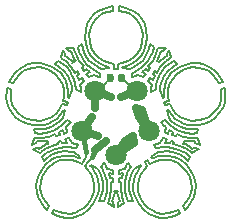
<source format=gbr>
G04 #@! TF.GenerationSoftware,KiCad,Pcbnew,5.0.2-bee76a0~70~ubuntu18.04.1*
G04 #@! TF.CreationDate,2019-06-24T09:08:42+02:00*
G04 #@! TF.ProjectId,GaudiPCR,47617564-6950-4435-922e-6b696361645f,rev?*
G04 #@! TF.SameCoordinates,Original*
G04 #@! TF.FileFunction,Copper,L1,Top*
G04 #@! TF.FilePolarity,Positive*
%FSLAX46Y46*%
G04 Gerber Fmt 4.6, Leading zero omitted, Abs format (unit mm)*
G04 Created by KiCad (PCBNEW 5.0.2-bee76a0~70~ubuntu18.04.1) date Mo 24 Jun 2019 09:08:42 CEST*
%MOMM*%
%LPD*%
G01*
G04 APERTURE LIST*
G04 #@! TA.AperFunction,BGAPad,CuDef*
%ADD10C,1.800000*%
G04 #@! TD*
G04 #@! TA.AperFunction,Conductor*
%ADD11C,0.100000*%
G04 #@! TD*
G04 #@! TA.AperFunction,SMDPad,CuDef*
%ADD12C,0.590000*%
G04 #@! TD*
G04 #@! TA.AperFunction,ViaPad*
%ADD13C,0.650000*%
G04 #@! TD*
G04 #@! TA.AperFunction,Conductor*
%ADD14C,0.150000*%
G04 #@! TD*
G04 #@! TA.AperFunction,Conductor*
%ADD15C,0.650000*%
G04 #@! TD*
G04 #@! TA.AperFunction,Conductor*
%ADD16C,0.400000*%
G04 #@! TD*
G04 APERTURE END LIST*
D10*
G04 #@! TO.P,ST2,1*
G04 #@! TO.N,Net-(NTC1-Pad1)*
X101763300Y-97572900D03*
G04 #@! TD*
G04 #@! TO.P,ST1,1*
G04 #@! TO.N,Net-(NTC1-Pad2)*
X98236600Y-97572900D03*
G04 #@! TD*
G04 #@! TO.P,HT1,1*
G04 #@! TO.N,Net-(HB1-Pad1)*
X97146800Y-100927000D03*
G04 #@! TD*
G04 #@! TO.P,HT2,1*
G04 #@! TO.N,Net-(HB1-Pad1)*
X100000000Y-103000000D03*
G04 #@! TD*
G04 #@! TO.P,CT1,1*
G04 #@! TO.N,Net-(CB1-Pad1)*
X102853000Y-100927000D03*
G04 #@! TD*
D11*
G04 #@! TO.N,Net-(NTC1-Pad2)*
G04 #@! TO.C,NTC1*
G36*
X99675958Y-96139710D02*
X99690276Y-96141834D01*
X99704317Y-96145351D01*
X99717946Y-96150228D01*
X99731031Y-96156417D01*
X99743447Y-96163858D01*
X99755073Y-96172481D01*
X99765798Y-96182202D01*
X99775519Y-96192927D01*
X99784142Y-96204553D01*
X99791583Y-96216969D01*
X99797772Y-96230054D01*
X99802649Y-96243683D01*
X99806166Y-96257724D01*
X99808290Y-96272042D01*
X99809000Y-96286500D01*
X99809000Y-96631500D01*
X99808290Y-96645958D01*
X99806166Y-96660276D01*
X99802649Y-96674317D01*
X99797772Y-96687946D01*
X99791583Y-96701031D01*
X99784142Y-96713447D01*
X99775519Y-96725073D01*
X99765798Y-96735798D01*
X99755073Y-96745519D01*
X99743447Y-96754142D01*
X99731031Y-96761583D01*
X99717946Y-96767772D01*
X99704317Y-96772649D01*
X99690276Y-96776166D01*
X99675958Y-96778290D01*
X99661500Y-96779000D01*
X99366500Y-96779000D01*
X99352042Y-96778290D01*
X99337724Y-96776166D01*
X99323683Y-96772649D01*
X99310054Y-96767772D01*
X99296969Y-96761583D01*
X99284553Y-96754142D01*
X99272927Y-96745519D01*
X99262202Y-96735798D01*
X99252481Y-96725073D01*
X99243858Y-96713447D01*
X99236417Y-96701031D01*
X99230228Y-96687946D01*
X99225351Y-96674317D01*
X99221834Y-96660276D01*
X99219710Y-96645958D01*
X99219000Y-96631500D01*
X99219000Y-96286500D01*
X99219710Y-96272042D01*
X99221834Y-96257724D01*
X99225351Y-96243683D01*
X99230228Y-96230054D01*
X99236417Y-96216969D01*
X99243858Y-96204553D01*
X99252481Y-96192927D01*
X99262202Y-96182202D01*
X99272927Y-96172481D01*
X99284553Y-96163858D01*
X99296969Y-96156417D01*
X99310054Y-96150228D01*
X99323683Y-96145351D01*
X99337724Y-96141834D01*
X99352042Y-96139710D01*
X99366500Y-96139000D01*
X99661500Y-96139000D01*
X99675958Y-96139710D01*
X99675958Y-96139710D01*
G37*
D12*
G04 #@! TD*
G04 #@! TO.P,NTC1,2*
G04 #@! TO.N,Net-(NTC1-Pad2)*
X99514000Y-96459000D03*
D11*
G04 #@! TO.N,Net-(NTC1-Pad1)*
G04 #@! TO.C,NTC1*
G36*
X100645958Y-96139710D02*
X100660276Y-96141834D01*
X100674317Y-96145351D01*
X100687946Y-96150228D01*
X100701031Y-96156417D01*
X100713447Y-96163858D01*
X100725073Y-96172481D01*
X100735798Y-96182202D01*
X100745519Y-96192927D01*
X100754142Y-96204553D01*
X100761583Y-96216969D01*
X100767772Y-96230054D01*
X100772649Y-96243683D01*
X100776166Y-96257724D01*
X100778290Y-96272042D01*
X100779000Y-96286500D01*
X100779000Y-96631500D01*
X100778290Y-96645958D01*
X100776166Y-96660276D01*
X100772649Y-96674317D01*
X100767772Y-96687946D01*
X100761583Y-96701031D01*
X100754142Y-96713447D01*
X100745519Y-96725073D01*
X100735798Y-96735798D01*
X100725073Y-96745519D01*
X100713447Y-96754142D01*
X100701031Y-96761583D01*
X100687946Y-96767772D01*
X100674317Y-96772649D01*
X100660276Y-96776166D01*
X100645958Y-96778290D01*
X100631500Y-96779000D01*
X100336500Y-96779000D01*
X100322042Y-96778290D01*
X100307724Y-96776166D01*
X100293683Y-96772649D01*
X100280054Y-96767772D01*
X100266969Y-96761583D01*
X100254553Y-96754142D01*
X100242927Y-96745519D01*
X100232202Y-96735798D01*
X100222481Y-96725073D01*
X100213858Y-96713447D01*
X100206417Y-96701031D01*
X100200228Y-96687946D01*
X100195351Y-96674317D01*
X100191834Y-96660276D01*
X100189710Y-96645958D01*
X100189000Y-96631500D01*
X100189000Y-96286500D01*
X100189710Y-96272042D01*
X100191834Y-96257724D01*
X100195351Y-96243683D01*
X100200228Y-96230054D01*
X100206417Y-96216969D01*
X100213858Y-96204553D01*
X100222481Y-96192927D01*
X100232202Y-96182202D01*
X100242927Y-96172481D01*
X100254553Y-96163858D01*
X100266969Y-96156417D01*
X100280054Y-96150228D01*
X100293683Y-96145351D01*
X100307724Y-96141834D01*
X100322042Y-96139710D01*
X100336500Y-96139000D01*
X100631500Y-96139000D01*
X100645958Y-96139710D01*
X100645958Y-96139710D01*
G37*
D12*
G04 #@! TD*
G04 #@! TO.P,NTC1,1*
G04 #@! TO.N,Net-(NTC1-Pad1)*
X100484000Y-96459000D03*
D13*
G04 #@! TO.N,Net-(NTC1-Pad1)*
X100417000Y-98044000D03*
G04 #@! TO.N,Net-(NTC1-Pad2)*
X99583000Y-98045000D03*
X98268000Y-99001000D03*
G04 #@! TO.N,Net-(CB1-Pad1)*
X101990000Y-99791000D03*
X101730000Y-98999000D03*
G04 #@! TO.N,Net-(HB1-Pad1)*
X98011000Y-99792000D03*
X98512000Y-101338000D03*
X99187000Y-101828000D03*
X101487000Y-101338000D03*
X100813000Y-101827000D03*
G04 #@! TD*
D14*
G04 #@! TO.N,Net-(NTC1-Pad1)*
X101763300Y-97572900D02*
X100484000Y-96459000D01*
D15*
X101763300Y-97572900D02*
X100417000Y-98044000D01*
D14*
G04 #@! TO.N,Net-(NTC1-Pad2)*
X99514000Y-96459000D02*
X98374000Y-97729000D01*
D15*
X98236600Y-97572900D02*
X99583000Y-98045000D01*
X98236600Y-97572900D02*
X98268000Y-99001000D01*
G04 #@! TO.N,Net-(CB1-Pad1)*
X102853000Y-100927000D02*
X101990000Y-99791000D01*
X101730000Y-98999000D02*
X102262000Y-99143000D01*
X102262000Y-99143000D02*
X102853000Y-100927000D01*
X101990000Y-99791000D02*
X101730000Y-98999000D01*
D14*
G04 #@! TO.N,Net-(HB1-Pad1)*
X95984000Y-98509000D02*
X95875713Y-98787369D01*
X95984000Y-98509000D02*
X95564000Y-98399000D01*
X95875713Y-98787369D02*
X95474000Y-98679000D01*
X102684000Y-103399000D02*
X102434000Y-103599000D01*
X102914000Y-103729000D02*
X102684000Y-103399000D01*
X102684000Y-103899000D02*
X102434000Y-103599000D01*
X104094000Y-98499000D02*
X104184000Y-98789000D01*
X104094000Y-98499000D02*
X104474000Y-98369000D01*
X104184000Y-98789000D02*
X104554000Y-98679000D01*
X99020469Y-95041681D02*
X98608989Y-94792761D01*
X96963584Y-97030854D02*
X97314612Y-96714925D01*
X97016082Y-97280263D02*
X96963584Y-97030854D01*
X97024198Y-97608727D02*
X97026606Y-97502681D01*
X96538889Y-95003581D02*
X96289969Y-95194081D01*
X98909203Y-105385986D02*
X98883701Y-105948285D01*
X99232951Y-106029352D02*
X99270479Y-105623352D01*
X98797109Y-104896397D02*
X98909203Y-105385986D01*
X95835201Y-95571899D02*
X96104203Y-95878302D01*
X96148532Y-96744662D02*
X95951444Y-96282688D01*
X93564912Y-95210808D02*
X94207902Y-95368984D01*
X91387594Y-96092426D02*
X91740793Y-95745155D01*
X95585475Y-101190129D02*
X95515519Y-100862938D01*
X95902576Y-101060810D02*
X95585475Y-101190129D01*
X97100229Y-94653061D02*
X97308509Y-95003581D01*
X104036145Y-100427960D02*
X104225216Y-100598879D01*
X103836513Y-100166998D02*
X103896897Y-100254206D01*
X104176400Y-100045879D02*
X103836513Y-100166998D01*
X104259249Y-100136471D02*
X104176400Y-100045879D01*
X104317836Y-99190698D02*
X104485676Y-99830549D01*
X104411324Y-99149640D02*
X104317836Y-99190698D01*
X104496284Y-99279606D02*
X104411324Y-99149640D01*
X104737219Y-99601928D02*
X104496284Y-99279606D01*
X103896897Y-100254206D02*
X104036145Y-100427960D01*
X104485676Y-99830549D02*
X104711156Y-100072429D01*
X97928269Y-93913921D02*
X97788569Y-93342421D01*
X97118027Y-103732809D02*
X96791155Y-103586371D01*
X92115689Y-99736900D02*
X91763411Y-99464866D01*
X97709829Y-94312701D02*
X97900329Y-94602261D01*
X101574581Y-106318087D02*
X101489791Y-105946426D01*
X102121637Y-104586297D02*
X101935054Y-105029538D01*
X102434819Y-104170381D02*
X102121637Y-104586297D01*
X105172683Y-108055409D02*
X104700701Y-108222506D01*
X101473710Y-105600194D02*
X101534817Y-105122532D01*
X101993797Y-107150046D02*
X101760365Y-106763934D01*
X98837986Y-104075263D02*
X98777430Y-103968475D01*
X97920399Y-103838724D02*
X98477068Y-104196073D01*
X97852461Y-103914948D02*
X97920399Y-103838724D01*
X97949812Y-104035912D02*
X97852461Y-103914948D01*
X98181906Y-104364657D02*
X97949812Y-104035912D01*
X98949349Y-90982761D02*
X99340509Y-90843061D01*
X94668186Y-100133602D02*
X94986911Y-99900652D01*
X93000072Y-100056302D02*
X92525212Y-99931388D01*
X97509169Y-95719861D02*
X97308509Y-95851941D01*
X97280569Y-95483641D02*
X96899569Y-95023901D01*
X95318347Y-100072439D02*
X94976677Y-100351348D01*
X95473992Y-98672816D02*
X95295621Y-98983418D01*
X99868829Y-95267741D02*
X99518309Y-95194081D01*
X95323123Y-96046486D02*
X95539643Y-96317141D01*
X96249898Y-95495656D02*
X95789325Y-95030864D01*
X106208471Y-104087736D02*
X105913392Y-103746414D01*
X104422025Y-103024681D02*
X104027247Y-103025799D01*
X105726120Y-104067711D02*
X106036867Y-104447884D01*
X106720973Y-105099948D02*
X106557600Y-104650377D01*
X105219508Y-103236457D02*
X104895192Y-103114171D01*
X105456989Y-102184827D02*
X106041357Y-102479229D01*
X97120549Y-93611661D02*
X96800509Y-93802161D01*
X98929029Y-95382041D02*
X99310029Y-95511581D01*
X95487358Y-94825920D02*
X95323510Y-94721939D01*
X90975115Y-96778312D02*
X91103969Y-96505035D01*
X95515519Y-100862938D02*
X95174809Y-101056695D01*
X95174809Y-101056695D02*
X95238417Y-101288349D01*
X94986911Y-99900652D02*
X95292284Y-99601938D01*
X91984908Y-100073647D02*
X92598071Y-100323620D01*
X107029431Y-100056292D02*
X107504291Y-99931378D01*
X108441019Y-99805955D02*
X108044595Y-100073637D01*
X106130973Y-100431011D02*
X105796718Y-100339314D01*
X105704967Y-101421385D02*
X106350776Y-101526693D01*
X108589389Y-99095410D02*
X108784961Y-98727404D01*
X108926885Y-97807968D02*
X108877817Y-97393926D01*
X107504291Y-99931378D02*
X107913814Y-99736890D01*
X106453104Y-101167618D02*
X105995649Y-101115951D01*
X91151686Y-97393936D02*
X90811075Y-97283265D01*
X94835882Y-100850426D02*
X95085528Y-100723225D01*
X97798729Y-95984021D02*
X97509169Y-95719861D01*
X95505120Y-94097246D02*
X95726296Y-94452206D01*
X95412745Y-94414424D02*
X95505120Y-94097246D01*
X96569400Y-96000076D02*
X96249898Y-95495656D01*
X100271544Y-104235080D02*
X100246543Y-104576623D01*
X100741229Y-104185817D02*
X100271544Y-104235080D01*
X100845357Y-103953184D02*
X100741229Y-104185817D01*
X101031857Y-103682681D02*
X100967576Y-103767058D01*
X101252078Y-103968505D02*
X101031857Y-103682681D01*
X101191522Y-104075293D02*
X101252078Y-103968505D01*
X102109109Y-103838754D02*
X101552440Y-104196103D01*
X91315726Y-96888983D02*
X90975115Y-96778312D01*
X96327978Y-96258142D02*
X96455178Y-96507788D01*
X95711667Y-99190708D02*
X95543827Y-99830559D01*
X95618179Y-99149650D02*
X95711667Y-99190708D01*
X93992646Y-104447854D02*
X93775653Y-104845909D01*
X94116430Y-102829843D02*
X94516887Y-102602757D01*
X93664242Y-106174647D02*
X93855513Y-106658970D01*
X93855513Y-106658970D02*
X94089854Y-107001907D01*
X96038152Y-102310895D02*
X96497387Y-102374542D01*
X94802461Y-107620291D02*
X94591952Y-107910032D01*
X99228252Y-105184524D02*
X99184422Y-104907790D01*
X98094454Y-105029508D02*
X98188440Y-105531058D01*
X97740309Y-94983261D02*
X97430429Y-94513361D01*
X103023613Y-103174154D02*
X103535492Y-102755158D01*
X103075112Y-103262322D02*
X103023613Y-103174154D01*
X103220239Y-103207115D02*
X103075112Y-103262322D01*
X103604615Y-103087970D02*
X103220239Y-103207115D01*
X103308181Y-102066337D02*
X103522965Y-102007616D01*
X103535492Y-102755158D02*
X103860084Y-102692007D01*
X95501831Y-97049983D02*
X95283063Y-96588977D01*
X96104203Y-95878302D02*
X96327978Y-96258142D01*
X99450170Y-104542018D02*
X99529160Y-104925926D01*
X99529160Y-104925926D02*
X99769131Y-104937016D01*
X99782965Y-104576593D02*
X99450170Y-104542018D01*
X99757964Y-104235050D02*
X99782965Y-104576593D01*
X92607968Y-95279118D02*
X93086859Y-95194356D01*
X92105171Y-95494991D02*
X92607968Y-95279118D01*
X97608495Y-107655924D02*
X98035711Y-107150016D01*
X95328807Y-108222476D02*
X95818672Y-108295819D01*
X98604394Y-106859917D02*
X98975285Y-106893914D01*
X98778058Y-106452358D02*
X98604394Y-106859917D01*
X94623704Y-95544147D02*
X95036069Y-95795644D01*
X91740793Y-95745155D02*
X92105171Y-95494991D01*
X98975285Y-106893914D02*
X99140729Y-106480383D01*
X97328643Y-107427483D02*
X96961064Y-107678456D01*
X94324536Y-101421395D02*
X93678727Y-101526703D01*
X91440114Y-99095420D02*
X91244542Y-98727414D01*
X97590449Y-91922561D02*
X97458369Y-92382301D01*
X95295621Y-98983418D02*
X94996839Y-99409797D01*
X90754691Y-97580089D02*
X90741623Y-98080607D01*
X91588484Y-99805965D02*
X91984908Y-100073647D01*
X93898530Y-100431021D02*
X94232785Y-100339324D01*
X99318580Y-107017748D02*
X99571525Y-107214082D01*
X99390016Y-106837319D02*
X99318580Y-107017748D01*
X94591952Y-107910032D02*
X94856825Y-108055379D01*
X97026606Y-97502681D02*
X97016082Y-97280263D01*
X96301254Y-97499352D02*
X96261010Y-97171132D01*
X96455178Y-96507788D02*
X96582874Y-96928519D01*
X97430429Y-94513361D02*
X97219609Y-94043461D01*
X95789325Y-95030864D02*
X95487358Y-94825920D01*
X95600301Y-95842768D02*
X95218547Y-95497060D01*
X93287609Y-101957799D02*
X93333918Y-101815274D01*
X92900033Y-102114964D02*
X93287609Y-101957799D01*
X94193755Y-101758143D02*
X94298010Y-102053747D01*
X98568349Y-96001801D02*
X98680109Y-96052601D01*
X103068444Y-107678486D02*
X103519712Y-107871795D01*
X101760365Y-106763934D02*
X101574581Y-106318087D01*
X104210836Y-108295849D02*
X103769005Y-108284059D01*
X100515658Y-106494054D02*
X100639492Y-106837349D01*
X101145807Y-105948315D02*
X101251450Y-106452388D01*
X101900908Y-106140650D02*
X102123807Y-106685115D01*
X96909729Y-94233961D02*
X97100229Y-94653061D01*
X94838493Y-95269415D02*
X95118567Y-95023907D01*
X95218547Y-95497060D02*
X94838493Y-95269415D01*
X104240185Y-95030864D02*
X104542152Y-94825920D01*
X104429209Y-95842768D02*
X104810963Y-95497060D01*
X105153150Y-96131004D02*
X105653508Y-95821539D01*
X104137611Y-97115297D02*
X104066138Y-97536456D01*
X106464598Y-95210808D02*
X105821608Y-95368984D01*
X108641916Y-96092426D02*
X108288717Y-95745155D01*
X105191017Y-95269415D02*
X104910943Y-95023907D01*
X104534028Y-95261214D02*
X104194309Y-95571899D01*
X107854863Y-95864757D02*
X108256375Y-96196331D01*
X108256375Y-96196331D02*
X108510113Y-96525176D01*
X103446636Y-96928519D02*
X103365256Y-97384946D01*
X107001625Y-95573130D02*
X107480333Y-95681988D01*
X105405806Y-95544147D02*
X104993441Y-95795644D01*
X108288717Y-95745155D02*
X107924339Y-95494991D01*
X99459889Y-95552221D02*
X99449729Y-95653821D01*
X98789329Y-95691921D02*
X98489609Y-95552221D01*
X97788569Y-93342421D02*
X97760629Y-92852201D01*
X99749449Y-90761781D02*
X99749449Y-90403641D01*
X97760629Y-92852201D02*
X97819049Y-92402621D01*
X105656595Y-107308062D02*
X105867104Y-107597803D01*
X104707694Y-102346189D02*
X104430960Y-102302359D01*
X104209902Y-103376592D02*
X104715947Y-103442195D01*
X105138094Y-102441635D02*
X104707694Y-102346189D01*
X103860084Y-102692007D02*
X104300439Y-102667194D01*
X102911486Y-103732839D02*
X103238358Y-103586401D01*
X99061932Y-103767028D02*
X99184151Y-103953154D01*
X98477068Y-104196073D02*
X98637432Y-104485263D01*
X99184422Y-104907790D02*
X99040430Y-104492353D01*
X98454927Y-106318057D02*
X98539717Y-105946396D01*
X90970992Y-98985724D02*
X91250876Y-99455905D01*
X94184989Y-99968589D02*
X93586770Y-100100043D01*
X97308509Y-95003581D02*
X97600609Y-95333781D01*
X98220369Y-91561881D02*
X98509929Y-91262161D01*
X96739694Y-95895165D02*
X96569400Y-96000076D01*
X96911040Y-96140459D02*
X96739694Y-95895165D01*
X96885169Y-96647500D02*
X96723417Y-96290483D01*
X97907871Y-104586267D02*
X98094454Y-105029508D01*
X97594689Y-104170351D02*
X97907871Y-104586267D01*
X94856825Y-108055379D02*
X95328807Y-108222476D01*
X98555798Y-105600164D02*
X98494691Y-105122502D01*
X94255155Y-103166103D02*
X93921209Y-103457210D01*
X93774264Y-103114979D02*
X94116430Y-102829843D01*
X93775653Y-104845909D02*
X93650552Y-105273053D01*
X95228808Y-102711849D02*
X94701911Y-102909863D01*
X98568349Y-96382801D02*
X98360069Y-96304061D01*
X95321819Y-102346159D02*
X95598553Y-102302329D01*
X95819611Y-103376562D02*
X95313566Y-103442165D01*
X94891419Y-102441605D02*
X95321819Y-102346159D01*
X96169429Y-102691977D02*
X95729074Y-102667164D01*
X98139089Y-96177061D02*
X97730149Y-96413281D01*
X98608989Y-94792761D02*
X98238149Y-94442241D01*
X99749449Y-90403641D02*
X99449729Y-90441741D01*
X96498249Y-94091721D02*
X96449989Y-93903761D01*
X91763411Y-99464866D02*
X91440114Y-99095420D01*
X93037420Y-100426312D02*
X93518857Y-100465229D01*
X96599849Y-94442241D02*
X96498249Y-94091721D01*
X98489609Y-95552221D02*
X98118769Y-95313461D01*
X91114606Y-98223162D02*
X91102618Y-97807978D01*
X95436136Y-100457904D02*
X95770254Y-100136481D01*
X96723417Y-96290483D02*
X96911040Y-96140459D01*
X97134083Y-96423916D02*
X96885169Y-96647500D01*
X97314612Y-96714925D02*
X97134083Y-96423916D01*
X94268784Y-101989235D02*
X94179377Y-101688806D01*
X93723266Y-102299304D02*
X94268784Y-101989235D01*
X93539581Y-102448414D02*
X93723266Y-102299304D01*
X97600609Y-95333781D02*
X97798729Y-95531901D01*
X102177047Y-103914978D02*
X102109109Y-103838754D01*
X102079696Y-104035942D02*
X102177047Y-103914978D01*
X101847602Y-104364687D02*
X102079696Y-104035942D01*
X100967576Y-103767058D02*
X100845357Y-103953184D01*
X101552440Y-104196103D02*
X101392076Y-104485293D01*
X100845086Y-104907820D02*
X100989078Y-104492383D01*
X104810963Y-95497060D02*
X105191017Y-95269415D01*
X104910943Y-95023907D02*
X104534028Y-95261214D01*
X106556729Y-95560113D02*
X107001625Y-95573130D01*
X104078066Y-96282688D02*
X104429209Y-95842768D01*
X104194309Y-95571899D02*
X103925307Y-95878302D01*
X103880978Y-96744662D02*
X104078066Y-96282688D01*
X97128169Y-95613181D02*
X97280569Y-95483641D01*
X91103969Y-96505035D02*
X91387594Y-96092426D01*
X95539643Y-96317141D02*
X95770970Y-96739495D01*
X108784961Y-98727404D02*
X108914897Y-98223152D01*
X108914897Y-98223152D02*
X108926885Y-97807968D01*
X104593367Y-100457894D02*
X104259249Y-100136471D01*
X108266092Y-99464856D02*
X108589389Y-99095410D01*
X106992083Y-100426302D02*
X106510646Y-100465219D01*
X109206257Y-98569151D02*
X109058511Y-98985714D01*
X106350776Y-101526693D02*
X106715536Y-101515004D01*
X106026474Y-100758743D02*
X106538522Y-100814037D01*
X96582874Y-96928519D02*
X96664254Y-97384946D01*
X93027885Y-95573130D02*
X92549177Y-95681988D01*
X96678031Y-97506934D02*
X97024198Y-97608727D01*
X96664254Y-97384946D02*
X96678031Y-97506934D01*
X96060944Y-98115655D02*
X96301254Y-97499352D01*
X99893114Y-106075722D02*
X100206467Y-106067916D01*
X99766796Y-106690358D02*
X99893114Y-106075722D01*
X99681746Y-106911130D02*
X99766796Y-106690358D01*
X99802985Y-106999215D02*
X99681746Y-106911130D01*
X99832690Y-107416387D02*
X99802985Y-106999215D01*
X98669949Y-96413281D02*
X98568349Y-96382801D01*
X106255249Y-103115009D02*
X105913083Y-102829873D01*
X106253860Y-104845939D02*
X106378961Y-105273083D01*
X104800705Y-102711879D02*
X105327602Y-102909893D01*
X105512626Y-102602787D02*
X105138094Y-102441635D01*
X104300439Y-102667194D02*
X104800705Y-102711879D01*
X105277182Y-103687472D02*
X105726120Y-104067711D01*
X104027247Y-103025799D02*
X103604615Y-103087970D01*
X106557600Y-104650377D02*
X106208471Y-104087736D01*
X106391957Y-106993563D02*
X106613088Y-106550338D01*
X106108304Y-103457240D02*
X106255249Y-103115009D01*
X105774358Y-103166133D02*
X106108304Y-103457240D01*
X97448209Y-93492281D02*
X97559969Y-93962181D01*
X98550569Y-95183921D02*
X98929029Y-95382041D01*
X94955615Y-101386082D02*
X94879510Y-101201111D01*
X95238417Y-101288349D02*
X94955615Y-101386082D01*
X97819049Y-92402621D02*
X97968909Y-91983521D01*
X103005312Y-97608727D02*
X103002904Y-97502681D01*
X103351479Y-97506934D02*
X103005312Y-97608727D01*
X103365256Y-97384946D02*
X103351479Y-97506934D01*
X103968566Y-98115655D02*
X103728256Y-97499352D01*
X104068332Y-98093922D02*
X103968566Y-98115655D01*
X104060674Y-97938838D02*
X104068332Y-98093922D01*
X104066138Y-97536456D02*
X104060674Y-97938838D01*
X103002904Y-97502681D02*
X103013428Y-97280263D01*
X97819049Y-91493301D02*
X97590449Y-91922561D01*
X98230529Y-94952781D02*
X98550569Y-95183921D01*
X99449729Y-95653821D02*
X98789329Y-95691921D01*
X99449729Y-90441741D02*
X98969669Y-90583981D01*
X99518309Y-95194081D02*
X99020469Y-95041681D01*
X96449989Y-93903761D02*
X96129949Y-93893601D01*
X99571525Y-107214082D02*
X99832690Y-107416387D01*
X99575255Y-105251399D02*
X99613262Y-105847281D01*
X99774690Y-105236177D02*
X99575255Y-105251399D01*
X99769131Y-104937016D02*
X99774690Y-105236177D01*
X92174647Y-95864757D02*
X91773135Y-96196331D01*
X91773135Y-96196331D02*
X91519397Y-96525176D01*
X91102618Y-97807978D02*
X91151686Y-97393936D01*
X92525212Y-99931388D02*
X92115689Y-99736900D01*
X99340509Y-90843061D02*
X99749449Y-90761781D01*
X96068989Y-94203481D02*
X96218849Y-94203481D01*
X94632949Y-99724217D02*
X94184989Y-99968589D01*
X94431580Y-101026192D02*
X94835882Y-100850426D01*
X97730149Y-96413281D02*
X97509169Y-96151661D01*
X104848433Y-107794932D02*
X105227047Y-107620321D01*
X102389346Y-107098134D02*
X102700865Y-107427513D01*
X100888779Y-106480413D02*
X100796557Y-106029382D01*
X103930141Y-107944075D02*
X104449865Y-107911830D01*
X104449865Y-107911830D02*
X104848433Y-107794932D01*
X100989078Y-104492383D02*
X101191522Y-104075293D01*
X96279809Y-94432081D02*
X96538889Y-95003581D01*
X97458369Y-92382301D02*
X97410109Y-93042701D01*
X101657874Y-104747422D02*
X101847602Y-104364687D01*
X102421013Y-107655954D02*
X101993797Y-107150046D01*
X104700701Y-108222506D02*
X104210836Y-108295849D01*
X101425114Y-106859947D02*
X101054223Y-106893944D01*
X101251450Y-106452388D02*
X101425114Y-106859947D01*
X101054223Y-106893944D02*
X100888779Y-106480413D01*
X96218849Y-94203481D02*
X96279809Y-94432081D01*
X95118567Y-95023907D02*
X95495482Y-95261214D01*
X95543827Y-99830559D02*
X95318347Y-100072439D01*
X95085528Y-100723225D02*
X95436136Y-100457904D01*
X94545688Y-100609247D02*
X94003029Y-100758753D01*
X94033854Y-101115961D02*
X94431580Y-101026192D01*
X102700865Y-107427513D02*
X103068444Y-107678486D01*
X101120305Y-105386016D02*
X101145807Y-105948315D01*
X100796557Y-106029382D02*
X100759029Y-105623382D01*
X101232399Y-104896427D02*
X101120305Y-105386016D01*
X103235348Y-108163167D02*
X102798095Y-107950256D01*
X100454253Y-105251429D02*
X100416246Y-105847311D01*
X100254818Y-105236207D02*
X100454253Y-105251429D01*
X100260377Y-104937046D02*
X100254818Y-105236207D01*
X100579338Y-104542048D02*
X100500348Y-104925956D01*
X100500348Y-104925956D02*
X100260377Y-104937046D01*
X100246543Y-104576623D02*
X100579338Y-104542048D01*
X96342028Y-95146351D02*
X96600125Y-94968482D01*
X95878560Y-94723348D02*
X96342028Y-95146351D01*
X95679987Y-94594731D02*
X95878560Y-94723348D01*
X95726296Y-94452206D02*
X95679987Y-94594731D01*
X104300934Y-101630765D02*
X104165212Y-101936587D01*
X103968382Y-101548998D02*
X104300934Y-101630765D01*
X103776390Y-101980472D02*
X103968382Y-101548998D01*
X103522965Y-102007616D02*
X103776390Y-101980472D01*
X103208069Y-102101397D02*
X103308181Y-102066337D01*
X103411851Y-102399165D02*
X103208069Y-102101397D01*
X103532126Y-102374572D02*
X103411851Y-102399165D01*
X94516887Y-102602757D02*
X94891419Y-102441605D01*
X95729074Y-102667164D02*
X95228808Y-102711849D01*
X93241169Y-105581564D02*
X93308540Y-105099918D01*
X93291104Y-106126459D02*
X93241169Y-105581564D01*
X95313566Y-103442165D02*
X94752331Y-103687442D01*
X95864301Y-101936557D02*
X95474774Y-101980068D01*
X95474774Y-101980068D02*
X95390071Y-101755268D01*
X95728579Y-101630735D02*
X95864301Y-101936557D01*
X96061131Y-101548968D02*
X95728579Y-101630735D01*
X96253123Y-101980442D02*
X96061131Y-101548968D01*
X96506548Y-102007586D02*
X96253123Y-101980442D01*
X107129470Y-102114954D02*
X106741894Y-101957789D01*
X107017770Y-101804055D02*
X107129470Y-102114954D01*
X105149993Y-101201101D02*
X105704967Y-101421385D01*
X105073888Y-101386072D02*
X105149993Y-101201101D01*
X104791086Y-101288339D02*
X105073888Y-101386072D01*
X104513984Y-100862928D02*
X104854694Y-101056685D01*
X104854694Y-101056685D02*
X104791086Y-101288339D01*
X104444028Y-101190119D02*
X104513984Y-100862928D01*
X104126927Y-101060800D02*
X104444028Y-101190119D01*
X104225216Y-100598879D02*
X104126927Y-101060800D01*
X96261010Y-97171132D02*
X96148532Y-96744662D01*
X95564252Y-98394937D02*
X95602514Y-98038811D01*
X96129949Y-93893601D02*
X95799749Y-93883441D01*
X94232785Y-100339324D02*
X94668186Y-100133602D01*
X92598071Y-100323620D02*
X93037420Y-100426312D01*
X98035711Y-107150016D02*
X98269143Y-106763904D01*
X98494691Y-105122502D02*
X98371634Y-104747392D01*
X97905701Y-106685085D02*
X97640162Y-107098104D01*
X97231413Y-107950226D02*
X97608495Y-107655924D01*
X96192990Y-100167008D02*
X96132606Y-100254216D01*
X99310029Y-95511581D02*
X99459889Y-95552221D01*
X93120294Y-101502829D02*
X93011733Y-101804065D01*
X93313967Y-101515014D02*
X93120294Y-101502829D01*
X103769005Y-108284059D02*
X103235348Y-108163167D01*
X101841068Y-105531088D02*
X101900908Y-106140650D01*
X100710928Y-107017778D02*
X100457983Y-107214112D01*
X100639492Y-106837349D02*
X100710928Y-107017778D01*
X105437556Y-107910062D02*
X105172683Y-108055409D01*
X105227047Y-107620321D02*
X105437556Y-107910062D01*
X96800509Y-93802161D02*
X96909729Y-94233961D01*
X96424898Y-103087940D02*
X96809274Y-103207085D01*
X96721332Y-102066307D02*
X96506548Y-102007586D01*
X96494021Y-102755128D02*
X96169429Y-102691977D01*
X95598553Y-102302329D02*
X96038152Y-102310895D01*
X94482736Y-103431918D02*
X94810005Y-103236427D01*
X103991361Y-102310925D02*
X103532126Y-102374572D01*
X106378961Y-105273083D02*
X106423359Y-105762001D01*
X105913392Y-103746414D02*
X105546777Y-103431948D01*
X106613088Y-106550338D02*
X106738409Y-106126489D01*
X106041357Y-102479229D02*
X106329583Y-102703087D01*
X105327602Y-102909893D02*
X105774358Y-103166133D01*
X104430960Y-102302359D02*
X103991361Y-102310925D01*
X105546777Y-103431948D02*
X105219508Y-103236457D01*
X103730697Y-103417073D02*
X104209902Y-103376592D01*
X103238358Y-103586401D02*
X103730697Y-103417073D01*
X106087187Y-107390809D02*
X106391957Y-106993563D01*
X104895192Y-103114171D02*
X104422025Y-103024681D01*
X93418342Y-102360329D02*
X93539581Y-102448414D01*
X93012409Y-102460992D02*
X93418342Y-102360329D01*
X93285518Y-102646858D02*
X93012409Y-102460992D01*
X95150986Y-102036806D02*
X94572524Y-102184797D01*
X95103834Y-101842428D02*
X95150986Y-102036806D01*
X95390071Y-101755268D02*
X95103834Y-101842428D01*
X97640162Y-107098104D02*
X97328643Y-107427483D01*
X99140729Y-106480383D02*
X99232951Y-106029352D01*
X96099367Y-107944045D02*
X95579643Y-107911800D01*
X95579643Y-107911800D02*
X95181075Y-107794902D01*
X97968909Y-91983521D02*
X98220369Y-91561881D01*
X93570167Y-101827939D02*
X94193755Y-101758143D01*
X93333918Y-101815274D02*
X93570167Y-101827939D01*
X98360069Y-96304061D02*
X98139089Y-96177061D01*
X98238149Y-94442241D02*
X97928269Y-93913921D01*
X92549177Y-95681988D02*
X92174647Y-95864757D01*
X91519397Y-96525176D02*
X91315726Y-96888983D01*
X95036069Y-95795644D02*
X95323123Y-96046486D01*
X95611414Y-97518244D02*
X95501831Y-97049983D01*
X95602514Y-98038811D02*
X95611414Y-97518244D01*
X107421542Y-95279118D02*
X106942651Y-95194356D01*
X107924339Y-95494991D02*
X107421542Y-95279118D01*
X104746447Y-96588977D02*
X105153150Y-96131004D01*
X104706000Y-94721939D02*
X104616765Y-94414424D01*
X104542152Y-94825920D02*
X104706000Y-94721939D01*
X109054395Y-96778312D02*
X108925541Y-96505035D01*
X108713784Y-96888983D02*
X109054395Y-96778312D01*
X105835748Y-101758133D02*
X105731493Y-102053737D01*
X106459336Y-101827929D02*
X105835748Y-101758133D01*
X106695585Y-101815264D02*
X106459336Y-101827929D01*
X106741894Y-101957789D02*
X106695585Y-101815264D01*
X94752331Y-103687442D02*
X94303393Y-104067681D01*
X96002266Y-103025769D02*
X96424898Y-103087940D01*
X93471913Y-104650347D02*
X93821042Y-104087706D01*
X93637556Y-106993533D02*
X93416425Y-106550308D01*
X93921209Y-103457210D02*
X93774264Y-103114979D01*
X97559969Y-93962181D02*
X97709829Y-94312701D01*
X93576399Y-101167628D02*
X94033854Y-101115961D01*
X91244542Y-98727414D02*
X91114606Y-98223162D01*
X93490981Y-100814047D02*
X93049705Y-100774826D01*
X93131983Y-101138069D02*
X93576399Y-101167628D01*
X94976677Y-100351348D02*
X94545688Y-100609247D01*
X91250876Y-99455905D02*
X91588484Y-99805965D01*
X104258540Y-96739495D02*
X104137611Y-97115297D01*
X105653508Y-95821539D02*
X106111101Y-95643480D01*
X106942651Y-95194356D02*
X106464598Y-95210808D01*
X104706387Y-96046486D02*
X104489867Y-96317141D01*
X103779612Y-95495656D02*
X104240185Y-95030864D01*
X107480333Y-95681988D02*
X107854863Y-95864757D01*
X108510113Y-96525176D02*
X108713784Y-96888983D01*
X106111101Y-95643480D02*
X106556729Y-95560113D01*
X104943975Y-100723215D02*
X104593367Y-100457894D01*
X106510646Y-100465219D02*
X106130973Y-100431011D01*
X105032664Y-99409787D02*
X105396554Y-99724207D01*
X104733882Y-98983408D02*
X105032664Y-99409787D01*
X109274812Y-97580079D02*
X109287880Y-98080597D01*
X105796718Y-100339314D02*
X105361317Y-100133592D01*
X107431432Y-100323610D02*
X106992083Y-100426302D01*
X105361317Y-100133592D02*
X105042592Y-99900642D01*
X95853103Y-100045889D02*
X96192990Y-100167008D01*
X95770254Y-100136481D02*
X95853103Y-100045889D01*
X95804287Y-100598889D02*
X95902576Y-101060810D01*
X95993358Y-100427970D02*
X95804287Y-100598889D01*
X99040430Y-104492353D02*
X98837986Y-104075263D01*
X96961064Y-107678456D02*
X96509796Y-107871765D01*
X98269143Y-106763904D02*
X98454927Y-106318057D01*
X95818672Y-108295819D02*
X96260503Y-108284029D01*
X94376002Y-95821539D02*
X93918409Y-95643480D01*
X93086859Y-95194356D02*
X93564912Y-95210808D01*
X96821444Y-102101367D02*
X96721332Y-102066307D01*
X96617662Y-102399135D02*
X96821444Y-102101367D01*
X96497387Y-102374542D02*
X96617662Y-102399135D01*
X97005900Y-103174124D02*
X96494021Y-102755128D01*
X96954401Y-103262292D02*
X97005900Y-103174124D01*
X96809274Y-103207085D02*
X96954401Y-103262292D01*
X95283063Y-96588977D02*
X94876360Y-96131004D01*
X95323510Y-94721939D02*
X95412745Y-94414424D01*
X98530249Y-90812581D02*
X98179729Y-91081821D01*
X94876360Y-96131004D02*
X94376002Y-95821539D01*
X95891899Y-97115297D02*
X95963372Y-97536456D01*
X96298816Y-103417043D02*
X95819611Y-103376562D01*
X96791155Y-103586371D02*
X96298816Y-103417043D01*
X93942326Y-107390779D02*
X93637556Y-106993533D01*
X95134321Y-103114141D02*
X95607488Y-103024651D01*
X93821042Y-104087706D02*
X94116121Y-103746384D01*
X95607488Y-103024651D02*
X96002266Y-103025769D01*
X106788344Y-105581594D02*
X106720973Y-105099948D01*
X106738409Y-106126489D02*
X106788344Y-105581594D01*
X104715947Y-103442195D02*
X105277182Y-103687472D01*
X106479106Y-102826783D02*
X106743995Y-102646888D01*
X106329583Y-102703087D02*
X106479106Y-102826783D01*
X105867104Y-107597803D02*
X106087187Y-107390809D01*
X96794160Y-108163137D02*
X97231413Y-107950226D01*
X96260503Y-108284029D02*
X96794160Y-108163137D01*
X98188440Y-105531058D02*
X98128600Y-106140620D01*
X90741623Y-98080607D02*
X90823246Y-98569161D01*
X93049705Y-100774826D02*
X93131983Y-101138069D01*
X101534817Y-105122532D02*
X101657874Y-104747422D01*
X102123807Y-106685115D02*
X102389346Y-107098134D01*
X102798095Y-107950256D02*
X102421013Y-107655954D01*
X101489791Y-105946426D02*
X101473710Y-105600194D01*
X100416246Y-105847311D02*
X100515658Y-106494054D01*
X103519712Y-107871795D02*
X103930141Y-107944075D01*
X103460110Y-96000076D02*
X103779612Y-95495656D01*
X103289816Y-95895165D02*
X103460110Y-96000076D01*
X103118470Y-96140459D02*
X103289816Y-95895165D01*
X103144341Y-96647500D02*
X103306093Y-96290483D01*
X103306093Y-96290483D02*
X103118470Y-96140459D01*
X102895427Y-96423916D02*
X103144341Y-96647500D01*
X102714898Y-96714925D02*
X102895427Y-96423916D01*
X103065926Y-97030854D02*
X102714898Y-96714925D01*
X103013428Y-97280263D02*
X103065926Y-97030854D01*
X94003029Y-100758753D02*
X93490981Y-100814047D01*
X93586770Y-100100043D02*
X93000072Y-100056302D01*
X99270479Y-105623352D02*
X99228252Y-105184524D01*
X98637432Y-104485263D02*
X98797109Y-104896397D01*
X97354409Y-103904729D02*
X97594689Y-104170351D01*
X97219609Y-94043461D02*
X97120549Y-93611661D01*
X95533219Y-99279616D02*
X95618179Y-99149650D01*
X95292284Y-99601938D02*
X95533219Y-99279616D01*
X106715536Y-101515004D02*
X106909209Y-101502819D01*
X109218428Y-97283255D02*
X109274812Y-97580079D01*
X108877817Y-97393926D02*
X109218428Y-97283255D01*
X105193621Y-100850416D02*
X104943975Y-100723215D01*
X105396554Y-99724207D02*
X105844514Y-99968579D01*
X105597923Y-101026182D02*
X105193621Y-100850416D01*
X104711156Y-100072429D02*
X105052826Y-100351338D01*
X104555511Y-98672806D02*
X104733882Y-98983408D01*
X96899569Y-95023901D02*
X96599849Y-94442241D01*
X93918409Y-95643480D02*
X93472781Y-95560113D01*
X95495482Y-95261214D02*
X95835201Y-95571899D01*
X106442733Y-100100033D02*
X107029431Y-100056292D01*
X105042592Y-99900642D02*
X104737219Y-99601928D01*
X108044595Y-100073637D02*
X107431432Y-100323610D01*
X109287880Y-98080597D02*
X109206257Y-98569151D01*
X106979798Y-100774816D02*
X106897520Y-101138059D01*
X106538522Y-100814037D02*
X106979798Y-100774816D01*
X106897520Y-101138059D02*
X106453104Y-101167618D01*
X107913814Y-99736890D02*
X108266092Y-99464856D01*
X105483815Y-100609237D02*
X106026474Y-100758743D01*
X105995649Y-101115951D02*
X105597923Y-101026182D01*
X105052826Y-100351338D02*
X105483815Y-100609237D01*
X108778627Y-99455895D02*
X108441019Y-99805955D01*
X109058511Y-98985714D02*
X108778627Y-99455895D01*
X105844514Y-99968579D02*
X106442733Y-100100033D01*
X106909209Y-101502819D02*
X107017770Y-101804055D01*
X90811075Y-97283265D02*
X90754691Y-97580089D01*
X105760729Y-101989265D02*
X105850136Y-101688836D01*
X106306247Y-102299334D02*
X105760729Y-101989265D01*
X106489932Y-102448444D02*
X106306247Y-102299334D01*
X106611171Y-102360359D02*
X106489932Y-102448444D01*
X107017104Y-102461022D02*
X106611171Y-102360359D01*
X103728256Y-97499352D02*
X103768500Y-97171132D01*
X103574332Y-96507788D02*
X103446636Y-96928519D01*
X104993441Y-95795644D02*
X104706387Y-96046486D01*
X104418096Y-97518244D02*
X104527679Y-97049983D01*
X104426996Y-98038811D02*
X104418096Y-97518244D01*
X108925541Y-96505035D02*
X108641916Y-96092426D01*
X104489867Y-96317141D02*
X104258540Y-96739495D01*
X105821608Y-95368984D02*
X105405806Y-95544147D01*
X94207902Y-95368984D02*
X94623704Y-95544147D01*
X95770970Y-96739495D02*
X95891899Y-97115297D01*
X97798729Y-95531901D02*
X98159409Y-95783361D01*
X97900329Y-94602261D02*
X98230529Y-94952781D01*
X98969669Y-90583981D02*
X98530249Y-90812581D01*
X98118769Y-95313461D02*
X97740309Y-94983261D01*
X95961178Y-98093922D02*
X96060944Y-98115655D01*
X95968836Y-97938838D02*
X95961178Y-98093922D01*
X95963372Y-97536456D02*
X95968836Y-97938838D01*
X95799749Y-93883441D02*
X96068989Y-94203481D01*
X98509929Y-91262161D02*
X98949349Y-90982761D01*
X93650552Y-105273053D02*
X93606154Y-105761971D01*
X94116121Y-103746384D02*
X94482736Y-103431918D01*
X93416425Y-106550308D02*
X93291104Y-106126459D01*
X93988156Y-102479199D02*
X93699930Y-102703057D01*
X94701911Y-102909863D02*
X94255155Y-103166103D01*
X103701532Y-96258142D02*
X103574332Y-96507788D01*
X104527679Y-97049983D02*
X104746447Y-96588977D01*
X103925307Y-95878302D02*
X103701532Y-96258142D01*
X103768500Y-97171132D02*
X103880978Y-96744662D01*
X104465258Y-98394937D02*
X104426996Y-98038811D01*
X97410109Y-93042701D02*
X97448209Y-93492281D01*
X104150950Y-94723348D02*
X103687482Y-95146351D01*
X104349523Y-94594731D02*
X104150950Y-94723348D01*
X104303214Y-94452206D02*
X104349523Y-94594731D01*
X104524390Y-94097246D02*
X104303214Y-94452206D01*
X104616765Y-94414424D02*
X104524390Y-94097246D01*
X106743995Y-102646888D02*
X107017104Y-102461022D01*
X104878527Y-102036836D02*
X105456989Y-102184827D01*
X104925679Y-101842458D02*
X104878527Y-102036836D01*
X104639442Y-101755298D02*
X104925679Y-101842458D01*
X104165212Y-101936587D02*
X104554739Y-101980098D01*
X104554739Y-101980098D02*
X104639442Y-101755298D01*
X97509169Y-96151661D02*
X97798729Y-95984021D01*
X99513850Y-106494024D02*
X99390016Y-106837319D01*
X98883701Y-105948285D02*
X98778058Y-106452358D01*
X98128600Y-106140620D02*
X97905701Y-106685085D01*
X98371634Y-104747392D02*
X98181906Y-104364657D01*
X96132606Y-100254216D02*
X95993358Y-100427970D01*
X90823246Y-98569161D02*
X90970992Y-98985724D01*
X93678727Y-101526703D02*
X93313967Y-101515014D01*
X94303393Y-104067681D02*
X93992646Y-104447854D01*
X93308540Y-105099918D02*
X93471913Y-104650347D01*
X94810005Y-103236427D02*
X95134321Y-103114141D01*
X94572524Y-102184797D02*
X93988156Y-102479199D01*
X93606154Y-105761971D02*
X93664242Y-106174647D01*
X94089854Y-107001907D02*
X94372918Y-107308032D01*
X98539717Y-105946396D02*
X98555798Y-105600164D01*
X99613262Y-105847281D02*
X99513850Y-106494024D01*
X96509796Y-107871765D02*
X96099367Y-107944045D01*
X95181075Y-107794902D02*
X94802461Y-107620291D01*
X100801256Y-105184554D02*
X100845086Y-104907820D01*
X101935054Y-105029538D02*
X101841068Y-105531088D01*
X100759029Y-105623382D02*
X100801256Y-105184554D01*
X101392076Y-104485293D02*
X101232399Y-104896427D01*
X102675099Y-103904759D02*
X102434819Y-104170381D01*
X98159409Y-95783361D02*
X98568349Y-96001801D01*
X98680109Y-96052601D02*
X98669949Y-96413281D01*
X97308509Y-95851941D02*
X97128169Y-95613181D01*
X93550407Y-102826753D02*
X93285518Y-102646858D01*
X93699930Y-102703057D02*
X93550407Y-102826753D01*
X94162409Y-107597773D02*
X93942326Y-107390779D01*
X94372918Y-107308032D02*
X94162409Y-107597773D01*
X100136394Y-106075752D02*
X99823041Y-106067946D01*
X100262712Y-106690388D02*
X100136394Y-106075752D01*
X100347762Y-106911160D02*
X100262712Y-106690388D01*
X100226523Y-106999245D02*
X100347762Y-106911160D01*
X100196818Y-107416417D02*
X100226523Y-106999245D01*
X100457983Y-107214112D02*
X100196818Y-107416417D01*
X93472781Y-95560113D02*
X93027885Y-95573130D01*
X95951444Y-96282688D02*
X95600301Y-95842768D01*
X93011733Y-101804065D02*
X92900033Y-102114964D01*
X94879510Y-101201111D02*
X94324536Y-101421395D01*
X98179729Y-91081821D02*
X97819049Y-91493301D01*
X99288279Y-104185787D02*
X99757964Y-104235050D01*
X99184151Y-103953154D02*
X99288279Y-104185787D01*
X98997651Y-103682651D02*
X99061932Y-103767028D01*
X98777430Y-103968475D02*
X98997651Y-103682651D01*
X93518857Y-100465229D02*
X93898530Y-100431021D01*
X94996839Y-99409797D02*
X94632949Y-99724217D01*
X106423359Y-105762001D02*
X106365271Y-106174677D01*
X105939659Y-107001937D02*
X105656595Y-107308062D01*
X106036867Y-104447884D02*
X106253860Y-104845939D01*
X105913083Y-102829873D02*
X105512626Y-102602787D01*
X106365271Y-106174677D02*
X106174000Y-106659000D01*
X106174000Y-106659000D02*
X105939659Y-107001937D01*
X103490644Y-95003581D02*
X103490644Y-95005644D01*
X99864000Y-95659000D02*
X99864000Y-95259000D01*
X103490644Y-95003581D02*
X103687482Y-95146351D01*
X104229784Y-93883441D02*
X103899584Y-93893601D01*
X102230804Y-95984021D02*
X102520364Y-96151661D01*
X103490644Y-95003581D02*
X103749724Y-94432081D01*
X102210484Y-91493301D02*
X101849804Y-91081821D01*
X102230804Y-95531901D02*
X102428924Y-95333781D01*
X102721024Y-95851941D02*
X102520364Y-95719861D01*
X101890444Y-96177061D02*
X101669464Y-96304061D01*
X102428924Y-95333781D02*
X102721024Y-95003581D01*
X103531284Y-94091721D02*
X103429684Y-94442241D01*
X103429684Y-94442241D02*
X103129964Y-95023901D01*
X103119804Y-94233961D02*
X103229024Y-93802161D01*
X100569644Y-95552221D02*
X100719504Y-95511581D01*
X103129964Y-95023901D02*
X102748964Y-95483641D01*
X102748964Y-95483641D02*
X102901364Y-95613181D01*
X100689024Y-90843061D02*
X101080184Y-90982761D01*
X100280084Y-90761781D02*
X100689024Y-90843061D01*
X101080184Y-90982761D02*
X101519604Y-91262161D01*
X101519604Y-91262161D02*
X101809164Y-91561881D01*
X101809164Y-91561881D02*
X102060624Y-91983521D01*
X102268904Y-92852201D02*
X102240964Y-93342421D01*
X102240964Y-93342421D02*
X102101264Y-93913921D01*
X102101264Y-93913921D02*
X101791384Y-94442241D01*
X100511224Y-95194081D02*
X100160704Y-95267741D01*
X102809924Y-94043461D02*
X102599104Y-94513361D01*
X101478964Y-95183921D02*
X101799004Y-94952781D01*
X102520364Y-95719861D02*
X102230804Y-95984021D01*
X101009064Y-95041681D02*
X100511224Y-95194081D01*
X101461184Y-96001801D02*
X101870124Y-95783361D01*
X101669464Y-96304061D02*
X101461184Y-96382801D01*
X103579544Y-93903761D02*
X103531284Y-94091721D01*
X102210484Y-92402621D02*
X102268904Y-92852201D01*
X102901364Y-95613181D02*
X102721024Y-95851941D01*
X102060624Y-91983521D02*
X102210484Y-92402621D01*
X102520364Y-96151661D02*
X102299384Y-96413281D01*
X100579804Y-95653821D02*
X100569644Y-95552221D01*
X102439084Y-91922561D02*
X102210484Y-91493301D01*
X102129204Y-94602261D02*
X102319704Y-94312701D01*
X101791384Y-94442241D02*
X101420544Y-94792761D01*
X102469564Y-93962181D02*
X102581324Y-93492281D01*
X101100504Y-95382041D02*
X101478964Y-95183921D01*
X101539924Y-95552221D02*
X101240204Y-95691921D01*
X102929304Y-94653061D02*
X103119804Y-94233961D01*
X101910764Y-95313461D02*
X101539924Y-95552221D01*
X102721024Y-95003581D02*
X102929304Y-94653061D01*
X103960544Y-94203481D02*
X104229784Y-93883441D01*
X100160704Y-95267741D02*
X100160704Y-95677896D01*
X101870124Y-95783361D02*
X102230804Y-95531901D01*
X101240204Y-95691921D02*
X100579804Y-95653821D01*
X102289224Y-94983261D02*
X101910764Y-95313461D01*
X101420544Y-94792761D02*
X101009064Y-95041681D01*
X102599104Y-94513361D02*
X102289224Y-94983261D01*
X103810684Y-94203481D02*
X103960544Y-94203481D01*
X103749724Y-94432081D02*
X103810684Y-94203481D01*
X101799004Y-94952781D02*
X102129204Y-94602261D01*
X102908984Y-93611661D02*
X102809924Y-94043461D01*
X102581324Y-93492281D02*
X102619424Y-93042701D01*
X102619424Y-93042701D02*
X102571164Y-92382301D01*
X102571164Y-92382301D02*
X102439084Y-91922561D01*
X101849804Y-91081821D02*
X101499284Y-90812581D01*
X101499284Y-90812581D02*
X101059864Y-90583981D01*
X101059864Y-90583981D02*
X100579804Y-90441741D01*
X100579804Y-90441741D02*
X100280084Y-90403641D01*
X100280084Y-90403641D02*
X100280084Y-90761781D01*
X101461184Y-96382801D02*
X101359584Y-96413281D01*
X103229024Y-93802161D02*
X102908984Y-93611661D01*
X103899584Y-93893601D02*
X103579544Y-93903761D01*
X100719504Y-95511581D02*
X101100504Y-95382041D01*
X101359584Y-96413281D02*
X101349424Y-96052601D01*
X102319704Y-94312701D02*
X102469564Y-93962181D01*
X101349424Y-96052601D02*
X101461184Y-96001801D01*
X102299384Y-96413281D02*
X101890444Y-96177061D01*
X100160704Y-95677896D02*
X99864000Y-95659000D01*
D15*
X97146800Y-100927000D02*
X98011000Y-99792000D01*
X97146800Y-100927000D02*
X98512000Y-101338000D01*
D14*
X97118027Y-103732809D02*
X97507000Y-103155000D01*
D16*
X98006000Y-103169000D02*
X98223000Y-102598000D01*
D15*
X99187000Y-101828000D02*
X98223000Y-102598000D01*
D16*
X97449000Y-102757000D02*
X97146800Y-100927000D01*
D14*
X97354409Y-103904729D02*
X98006000Y-103169000D01*
D15*
X100000000Y-103000000D02*
X100813000Y-101827000D01*
X101487000Y-101338000D02*
X101543000Y-101986000D01*
X101543000Y-101986000D02*
X100000000Y-103000000D01*
D14*
X97507000Y-103155000D02*
X97449000Y-102757000D01*
D15*
X100813000Y-101827000D02*
X101487000Y-101338000D01*
G04 #@! TD*
M02*

</source>
